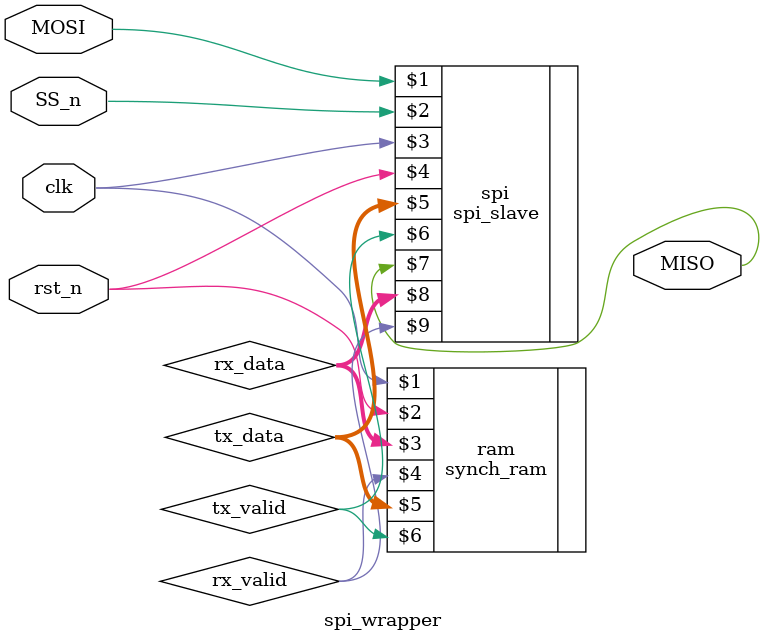
<source format=v>
module spi_wrapper(MOSI, MISO, SS_n, clk, rst_n);
input MOSI, SS_n, clk, rst_n;
output MISO;

wire [9:0] rx_data;
wire [7:0] tx_data;
wire rx_valid, tx_valid;

spi_slave spi(MOSI, SS_n, clk, rst_n, tx_data, tx_valid, MISO, rx_data, rx_valid);
synch_ram ram(clk, rst_n, rx_data, rx_valid, tx_data, tx_valid);
endmodule
</source>
